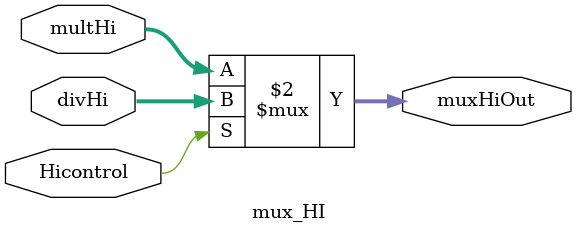
<source format=v>

module mux_HI(input wire [31:0] multHi,
              input wire [31:0] divHi,
              input wire Hicontrol,
              output wire [31:0] muxHiOut);
  
  assign muxHiOut = (Hicontrol == 1'b0) ? multHi : divHi;
  
  
endmodule
</source>
